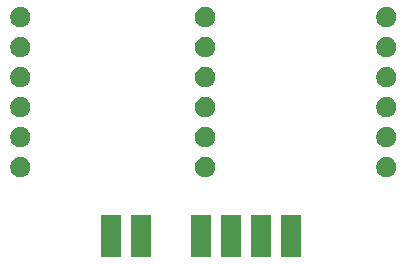
<source format=gbr>
G04 #@! TF.GenerationSoftware,KiCad,Pcbnew,5.0.2+dfsg1-1~bpo9+1*
G04 #@! TF.CreationDate,2019-05-22T19:19:29+01:00*
G04 #@! TF.ProjectId,arduboy_flashcart,61726475-626f-4795-9f66-6c6173686361,rev?*
G04 #@! TF.SameCoordinates,Original*
G04 #@! TF.FileFunction,Soldermask,Bot*
G04 #@! TF.FilePolarity,Negative*
%FSLAX46Y46*%
G04 Gerber Fmt 4.6, Leading zero omitted, Abs format (unit mm)*
G04 Created by KiCad (PCBNEW 5.0.2+dfsg1-1~bpo9+1) date Wed 22 May 2019 19:19:29 BST*
%MOMM*%
%LPD*%
G01*
G04 APERTURE LIST*
%ADD10C,0.100000*%
G04 APERTURE END LIST*
D10*
G36*
X112712600Y-64412000D02*
X111010600Y-64412000D01*
X111010600Y-60810000D01*
X112712600Y-60810000D01*
X112712600Y-64412000D01*
X112712600Y-64412000D01*
G37*
G36*
X110172600Y-64412000D02*
X108470600Y-64412000D01*
X108470600Y-60810000D01*
X110172600Y-60810000D01*
X110172600Y-64412000D01*
X110172600Y-64412000D01*
G37*
G36*
X125412600Y-64412000D02*
X123710600Y-64412000D01*
X123710600Y-60810000D01*
X125412600Y-60810000D01*
X125412600Y-64412000D01*
X125412600Y-64412000D01*
G37*
G36*
X120332600Y-64412000D02*
X118630600Y-64412000D01*
X118630600Y-60810000D01*
X120332600Y-60810000D01*
X120332600Y-64412000D01*
X120332600Y-64412000D01*
G37*
G36*
X117792600Y-64412000D02*
X116090600Y-64412000D01*
X116090600Y-60810000D01*
X117792600Y-60810000D01*
X117792600Y-64412000D01*
X117792600Y-64412000D01*
G37*
G36*
X122872600Y-64412000D02*
X121170600Y-64412000D01*
X121170600Y-60810000D01*
X122872600Y-60810000D01*
X122872600Y-64412000D01*
X122872600Y-64412000D01*
G37*
G36*
X101873628Y-55976103D02*
X102028500Y-56040253D01*
X102167881Y-56133385D01*
X102286415Y-56251919D01*
X102379547Y-56391300D01*
X102443697Y-56546172D01*
X102476400Y-56710584D01*
X102476400Y-56878216D01*
X102443697Y-57042628D01*
X102379547Y-57197500D01*
X102286415Y-57336881D01*
X102167881Y-57455415D01*
X102028500Y-57548547D01*
X101873628Y-57612697D01*
X101709216Y-57645400D01*
X101541584Y-57645400D01*
X101377172Y-57612697D01*
X101222300Y-57548547D01*
X101082919Y-57455415D01*
X100964385Y-57336881D01*
X100871253Y-57197500D01*
X100807103Y-57042628D01*
X100774400Y-56878216D01*
X100774400Y-56710584D01*
X100807103Y-56546172D01*
X100871253Y-56391300D01*
X100964385Y-56251919D01*
X101082919Y-56133385D01*
X101222300Y-56040253D01*
X101377172Y-55976103D01*
X101541584Y-55943400D01*
X101709216Y-55943400D01*
X101873628Y-55976103D01*
X101873628Y-55976103D01*
G37*
G36*
X132861628Y-55976103D02*
X133016500Y-56040253D01*
X133155881Y-56133385D01*
X133274415Y-56251919D01*
X133367547Y-56391300D01*
X133431697Y-56546172D01*
X133464400Y-56710584D01*
X133464400Y-56878216D01*
X133431697Y-57042628D01*
X133367547Y-57197500D01*
X133274415Y-57336881D01*
X133155881Y-57455415D01*
X133016500Y-57548547D01*
X132861628Y-57612697D01*
X132697216Y-57645400D01*
X132529584Y-57645400D01*
X132365172Y-57612697D01*
X132210300Y-57548547D01*
X132070919Y-57455415D01*
X131952385Y-57336881D01*
X131859253Y-57197500D01*
X131795103Y-57042628D01*
X131762400Y-56878216D01*
X131762400Y-56710584D01*
X131795103Y-56546172D01*
X131859253Y-56391300D01*
X131952385Y-56251919D01*
X132070919Y-56133385D01*
X132210300Y-56040253D01*
X132365172Y-55976103D01*
X132529584Y-55943400D01*
X132697216Y-55943400D01*
X132861628Y-55976103D01*
X132861628Y-55976103D01*
G37*
G36*
X117520028Y-55976103D02*
X117674900Y-56040253D01*
X117814281Y-56133385D01*
X117932815Y-56251919D01*
X118025947Y-56391300D01*
X118090097Y-56546172D01*
X118122800Y-56710584D01*
X118122800Y-56878216D01*
X118090097Y-57042628D01*
X118025947Y-57197500D01*
X117932815Y-57336881D01*
X117814281Y-57455415D01*
X117674900Y-57548547D01*
X117520028Y-57612697D01*
X117355616Y-57645400D01*
X117187984Y-57645400D01*
X117023572Y-57612697D01*
X116868700Y-57548547D01*
X116729319Y-57455415D01*
X116610785Y-57336881D01*
X116517653Y-57197500D01*
X116453503Y-57042628D01*
X116420800Y-56878216D01*
X116420800Y-56710584D01*
X116453503Y-56546172D01*
X116517653Y-56391300D01*
X116610785Y-56251919D01*
X116729319Y-56133385D01*
X116868700Y-56040253D01*
X117023572Y-55976103D01*
X117187984Y-55943400D01*
X117355616Y-55943400D01*
X117520028Y-55976103D01*
X117520028Y-55976103D01*
G37*
G36*
X132861628Y-53436103D02*
X133016500Y-53500253D01*
X133155881Y-53593385D01*
X133274415Y-53711919D01*
X133367547Y-53851300D01*
X133431697Y-54006172D01*
X133464400Y-54170584D01*
X133464400Y-54338216D01*
X133431697Y-54502628D01*
X133367547Y-54657500D01*
X133274415Y-54796881D01*
X133155881Y-54915415D01*
X133016500Y-55008547D01*
X132861628Y-55072697D01*
X132697216Y-55105400D01*
X132529584Y-55105400D01*
X132365172Y-55072697D01*
X132210300Y-55008547D01*
X132070919Y-54915415D01*
X131952385Y-54796881D01*
X131859253Y-54657500D01*
X131795103Y-54502628D01*
X131762400Y-54338216D01*
X131762400Y-54170584D01*
X131795103Y-54006172D01*
X131859253Y-53851300D01*
X131952385Y-53711919D01*
X132070919Y-53593385D01*
X132210300Y-53500253D01*
X132365172Y-53436103D01*
X132529584Y-53403400D01*
X132697216Y-53403400D01*
X132861628Y-53436103D01*
X132861628Y-53436103D01*
G37*
G36*
X117520028Y-53436103D02*
X117674900Y-53500253D01*
X117814281Y-53593385D01*
X117932815Y-53711919D01*
X118025947Y-53851300D01*
X118090097Y-54006172D01*
X118122800Y-54170584D01*
X118122800Y-54338216D01*
X118090097Y-54502628D01*
X118025947Y-54657500D01*
X117932815Y-54796881D01*
X117814281Y-54915415D01*
X117674900Y-55008547D01*
X117520028Y-55072697D01*
X117355616Y-55105400D01*
X117187984Y-55105400D01*
X117023572Y-55072697D01*
X116868700Y-55008547D01*
X116729319Y-54915415D01*
X116610785Y-54796881D01*
X116517653Y-54657500D01*
X116453503Y-54502628D01*
X116420800Y-54338216D01*
X116420800Y-54170584D01*
X116453503Y-54006172D01*
X116517653Y-53851300D01*
X116610785Y-53711919D01*
X116729319Y-53593385D01*
X116868700Y-53500253D01*
X117023572Y-53436103D01*
X117187984Y-53403400D01*
X117355616Y-53403400D01*
X117520028Y-53436103D01*
X117520028Y-53436103D01*
G37*
G36*
X101873628Y-53436103D02*
X102028500Y-53500253D01*
X102167881Y-53593385D01*
X102286415Y-53711919D01*
X102379547Y-53851300D01*
X102443697Y-54006172D01*
X102476400Y-54170584D01*
X102476400Y-54338216D01*
X102443697Y-54502628D01*
X102379547Y-54657500D01*
X102286415Y-54796881D01*
X102167881Y-54915415D01*
X102028500Y-55008547D01*
X101873628Y-55072697D01*
X101709216Y-55105400D01*
X101541584Y-55105400D01*
X101377172Y-55072697D01*
X101222300Y-55008547D01*
X101082919Y-54915415D01*
X100964385Y-54796881D01*
X100871253Y-54657500D01*
X100807103Y-54502628D01*
X100774400Y-54338216D01*
X100774400Y-54170584D01*
X100807103Y-54006172D01*
X100871253Y-53851300D01*
X100964385Y-53711919D01*
X101082919Y-53593385D01*
X101222300Y-53500253D01*
X101377172Y-53436103D01*
X101541584Y-53403400D01*
X101709216Y-53403400D01*
X101873628Y-53436103D01*
X101873628Y-53436103D01*
G37*
G36*
X132861628Y-50896103D02*
X133016500Y-50960253D01*
X133155881Y-51053385D01*
X133274415Y-51171919D01*
X133367547Y-51311300D01*
X133431697Y-51466172D01*
X133464400Y-51630584D01*
X133464400Y-51798216D01*
X133431697Y-51962628D01*
X133367547Y-52117500D01*
X133274415Y-52256881D01*
X133155881Y-52375415D01*
X133016500Y-52468547D01*
X132861628Y-52532697D01*
X132697216Y-52565400D01*
X132529584Y-52565400D01*
X132365172Y-52532697D01*
X132210300Y-52468547D01*
X132070919Y-52375415D01*
X131952385Y-52256881D01*
X131859253Y-52117500D01*
X131795103Y-51962628D01*
X131762400Y-51798216D01*
X131762400Y-51630584D01*
X131795103Y-51466172D01*
X131859253Y-51311300D01*
X131952385Y-51171919D01*
X132070919Y-51053385D01*
X132210300Y-50960253D01*
X132365172Y-50896103D01*
X132529584Y-50863400D01*
X132697216Y-50863400D01*
X132861628Y-50896103D01*
X132861628Y-50896103D01*
G37*
G36*
X101873628Y-50896103D02*
X102028500Y-50960253D01*
X102167881Y-51053385D01*
X102286415Y-51171919D01*
X102379547Y-51311300D01*
X102443697Y-51466172D01*
X102476400Y-51630584D01*
X102476400Y-51798216D01*
X102443697Y-51962628D01*
X102379547Y-52117500D01*
X102286415Y-52256881D01*
X102167881Y-52375415D01*
X102028500Y-52468547D01*
X101873628Y-52532697D01*
X101709216Y-52565400D01*
X101541584Y-52565400D01*
X101377172Y-52532697D01*
X101222300Y-52468547D01*
X101082919Y-52375415D01*
X100964385Y-52256881D01*
X100871253Y-52117500D01*
X100807103Y-51962628D01*
X100774400Y-51798216D01*
X100774400Y-51630584D01*
X100807103Y-51466172D01*
X100871253Y-51311300D01*
X100964385Y-51171919D01*
X101082919Y-51053385D01*
X101222300Y-50960253D01*
X101377172Y-50896103D01*
X101541584Y-50863400D01*
X101709216Y-50863400D01*
X101873628Y-50896103D01*
X101873628Y-50896103D01*
G37*
G36*
X117520028Y-50896103D02*
X117674900Y-50960253D01*
X117814281Y-51053385D01*
X117932815Y-51171919D01*
X118025947Y-51311300D01*
X118090097Y-51466172D01*
X118122800Y-51630584D01*
X118122800Y-51798216D01*
X118090097Y-51962628D01*
X118025947Y-52117500D01*
X117932815Y-52256881D01*
X117814281Y-52375415D01*
X117674900Y-52468547D01*
X117520028Y-52532697D01*
X117355616Y-52565400D01*
X117187984Y-52565400D01*
X117023572Y-52532697D01*
X116868700Y-52468547D01*
X116729319Y-52375415D01*
X116610785Y-52256881D01*
X116517653Y-52117500D01*
X116453503Y-51962628D01*
X116420800Y-51798216D01*
X116420800Y-51630584D01*
X116453503Y-51466172D01*
X116517653Y-51311300D01*
X116610785Y-51171919D01*
X116729319Y-51053385D01*
X116868700Y-50960253D01*
X117023572Y-50896103D01*
X117187984Y-50863400D01*
X117355616Y-50863400D01*
X117520028Y-50896103D01*
X117520028Y-50896103D01*
G37*
G36*
X117520028Y-48356103D02*
X117674900Y-48420253D01*
X117814281Y-48513385D01*
X117932815Y-48631919D01*
X118025947Y-48771300D01*
X118090097Y-48926172D01*
X118122800Y-49090584D01*
X118122800Y-49258216D01*
X118090097Y-49422628D01*
X118025947Y-49577500D01*
X117932815Y-49716881D01*
X117814281Y-49835415D01*
X117674900Y-49928547D01*
X117520028Y-49992697D01*
X117355616Y-50025400D01*
X117187984Y-50025400D01*
X117023572Y-49992697D01*
X116868700Y-49928547D01*
X116729319Y-49835415D01*
X116610785Y-49716881D01*
X116517653Y-49577500D01*
X116453503Y-49422628D01*
X116420800Y-49258216D01*
X116420800Y-49090584D01*
X116453503Y-48926172D01*
X116517653Y-48771300D01*
X116610785Y-48631919D01*
X116729319Y-48513385D01*
X116868700Y-48420253D01*
X117023572Y-48356103D01*
X117187984Y-48323400D01*
X117355616Y-48323400D01*
X117520028Y-48356103D01*
X117520028Y-48356103D01*
G37*
G36*
X132861628Y-48356103D02*
X133016500Y-48420253D01*
X133155881Y-48513385D01*
X133274415Y-48631919D01*
X133367547Y-48771300D01*
X133431697Y-48926172D01*
X133464400Y-49090584D01*
X133464400Y-49258216D01*
X133431697Y-49422628D01*
X133367547Y-49577500D01*
X133274415Y-49716881D01*
X133155881Y-49835415D01*
X133016500Y-49928547D01*
X132861628Y-49992697D01*
X132697216Y-50025400D01*
X132529584Y-50025400D01*
X132365172Y-49992697D01*
X132210300Y-49928547D01*
X132070919Y-49835415D01*
X131952385Y-49716881D01*
X131859253Y-49577500D01*
X131795103Y-49422628D01*
X131762400Y-49258216D01*
X131762400Y-49090584D01*
X131795103Y-48926172D01*
X131859253Y-48771300D01*
X131952385Y-48631919D01*
X132070919Y-48513385D01*
X132210300Y-48420253D01*
X132365172Y-48356103D01*
X132529584Y-48323400D01*
X132697216Y-48323400D01*
X132861628Y-48356103D01*
X132861628Y-48356103D01*
G37*
G36*
X101873628Y-48356103D02*
X102028500Y-48420253D01*
X102167881Y-48513385D01*
X102286415Y-48631919D01*
X102379547Y-48771300D01*
X102443697Y-48926172D01*
X102476400Y-49090584D01*
X102476400Y-49258216D01*
X102443697Y-49422628D01*
X102379547Y-49577500D01*
X102286415Y-49716881D01*
X102167881Y-49835415D01*
X102028500Y-49928547D01*
X101873628Y-49992697D01*
X101709216Y-50025400D01*
X101541584Y-50025400D01*
X101377172Y-49992697D01*
X101222300Y-49928547D01*
X101082919Y-49835415D01*
X100964385Y-49716881D01*
X100871253Y-49577500D01*
X100807103Y-49422628D01*
X100774400Y-49258216D01*
X100774400Y-49090584D01*
X100807103Y-48926172D01*
X100871253Y-48771300D01*
X100964385Y-48631919D01*
X101082919Y-48513385D01*
X101222300Y-48420253D01*
X101377172Y-48356103D01*
X101541584Y-48323400D01*
X101709216Y-48323400D01*
X101873628Y-48356103D01*
X101873628Y-48356103D01*
G37*
G36*
X101873628Y-45816103D02*
X102028500Y-45880253D01*
X102167881Y-45973385D01*
X102286415Y-46091919D01*
X102379547Y-46231300D01*
X102443697Y-46386172D01*
X102476400Y-46550584D01*
X102476400Y-46718216D01*
X102443697Y-46882628D01*
X102379547Y-47037500D01*
X102286415Y-47176881D01*
X102167881Y-47295415D01*
X102028500Y-47388547D01*
X101873628Y-47452697D01*
X101709216Y-47485400D01*
X101541584Y-47485400D01*
X101377172Y-47452697D01*
X101222300Y-47388547D01*
X101082919Y-47295415D01*
X100964385Y-47176881D01*
X100871253Y-47037500D01*
X100807103Y-46882628D01*
X100774400Y-46718216D01*
X100774400Y-46550584D01*
X100807103Y-46386172D01*
X100871253Y-46231300D01*
X100964385Y-46091919D01*
X101082919Y-45973385D01*
X101222300Y-45880253D01*
X101377172Y-45816103D01*
X101541584Y-45783400D01*
X101709216Y-45783400D01*
X101873628Y-45816103D01*
X101873628Y-45816103D01*
G37*
G36*
X117520028Y-45816103D02*
X117674900Y-45880253D01*
X117814281Y-45973385D01*
X117932815Y-46091919D01*
X118025947Y-46231300D01*
X118090097Y-46386172D01*
X118122800Y-46550584D01*
X118122800Y-46718216D01*
X118090097Y-46882628D01*
X118025947Y-47037500D01*
X117932815Y-47176881D01*
X117814281Y-47295415D01*
X117674900Y-47388547D01*
X117520028Y-47452697D01*
X117355616Y-47485400D01*
X117187984Y-47485400D01*
X117023572Y-47452697D01*
X116868700Y-47388547D01*
X116729319Y-47295415D01*
X116610785Y-47176881D01*
X116517653Y-47037500D01*
X116453503Y-46882628D01*
X116420800Y-46718216D01*
X116420800Y-46550584D01*
X116453503Y-46386172D01*
X116517653Y-46231300D01*
X116610785Y-46091919D01*
X116729319Y-45973385D01*
X116868700Y-45880253D01*
X117023572Y-45816103D01*
X117187984Y-45783400D01*
X117355616Y-45783400D01*
X117520028Y-45816103D01*
X117520028Y-45816103D01*
G37*
G36*
X132861628Y-45816103D02*
X133016500Y-45880253D01*
X133155881Y-45973385D01*
X133274415Y-46091919D01*
X133367547Y-46231300D01*
X133431697Y-46386172D01*
X133464400Y-46550584D01*
X133464400Y-46718216D01*
X133431697Y-46882628D01*
X133367547Y-47037500D01*
X133274415Y-47176881D01*
X133155881Y-47295415D01*
X133016500Y-47388547D01*
X132861628Y-47452697D01*
X132697216Y-47485400D01*
X132529584Y-47485400D01*
X132365172Y-47452697D01*
X132210300Y-47388547D01*
X132070919Y-47295415D01*
X131952385Y-47176881D01*
X131859253Y-47037500D01*
X131795103Y-46882628D01*
X131762400Y-46718216D01*
X131762400Y-46550584D01*
X131795103Y-46386172D01*
X131859253Y-46231300D01*
X131952385Y-46091919D01*
X132070919Y-45973385D01*
X132210300Y-45880253D01*
X132365172Y-45816103D01*
X132529584Y-45783400D01*
X132697216Y-45783400D01*
X132861628Y-45816103D01*
X132861628Y-45816103D01*
G37*
G36*
X101873628Y-43276103D02*
X102028500Y-43340253D01*
X102167881Y-43433385D01*
X102286415Y-43551919D01*
X102379547Y-43691300D01*
X102443697Y-43846172D01*
X102476400Y-44010584D01*
X102476400Y-44178216D01*
X102443697Y-44342628D01*
X102379547Y-44497500D01*
X102286415Y-44636881D01*
X102167881Y-44755415D01*
X102028500Y-44848547D01*
X101873628Y-44912697D01*
X101709216Y-44945400D01*
X101541584Y-44945400D01*
X101377172Y-44912697D01*
X101222300Y-44848547D01*
X101082919Y-44755415D01*
X100964385Y-44636881D01*
X100871253Y-44497500D01*
X100807103Y-44342628D01*
X100774400Y-44178216D01*
X100774400Y-44010584D01*
X100807103Y-43846172D01*
X100871253Y-43691300D01*
X100964385Y-43551919D01*
X101082919Y-43433385D01*
X101222300Y-43340253D01*
X101377172Y-43276103D01*
X101541584Y-43243400D01*
X101709216Y-43243400D01*
X101873628Y-43276103D01*
X101873628Y-43276103D01*
G37*
G36*
X132861628Y-43276103D02*
X133016500Y-43340253D01*
X133155881Y-43433385D01*
X133274415Y-43551919D01*
X133367547Y-43691300D01*
X133431697Y-43846172D01*
X133464400Y-44010584D01*
X133464400Y-44178216D01*
X133431697Y-44342628D01*
X133367547Y-44497500D01*
X133274415Y-44636881D01*
X133155881Y-44755415D01*
X133016500Y-44848547D01*
X132861628Y-44912697D01*
X132697216Y-44945400D01*
X132529584Y-44945400D01*
X132365172Y-44912697D01*
X132210300Y-44848547D01*
X132070919Y-44755415D01*
X131952385Y-44636881D01*
X131859253Y-44497500D01*
X131795103Y-44342628D01*
X131762400Y-44178216D01*
X131762400Y-44010584D01*
X131795103Y-43846172D01*
X131859253Y-43691300D01*
X131952385Y-43551919D01*
X132070919Y-43433385D01*
X132210300Y-43340253D01*
X132365172Y-43276103D01*
X132529584Y-43243400D01*
X132697216Y-43243400D01*
X132861628Y-43276103D01*
X132861628Y-43276103D01*
G37*
G36*
X117520028Y-43276103D02*
X117674900Y-43340253D01*
X117814281Y-43433385D01*
X117932815Y-43551919D01*
X118025947Y-43691300D01*
X118090097Y-43846172D01*
X118122800Y-44010584D01*
X118122800Y-44178216D01*
X118090097Y-44342628D01*
X118025947Y-44497500D01*
X117932815Y-44636881D01*
X117814281Y-44755415D01*
X117674900Y-44848547D01*
X117520028Y-44912697D01*
X117355616Y-44945400D01*
X117187984Y-44945400D01*
X117023572Y-44912697D01*
X116868700Y-44848547D01*
X116729319Y-44755415D01*
X116610785Y-44636881D01*
X116517653Y-44497500D01*
X116453503Y-44342628D01*
X116420800Y-44178216D01*
X116420800Y-44010584D01*
X116453503Y-43846172D01*
X116517653Y-43691300D01*
X116610785Y-43551919D01*
X116729319Y-43433385D01*
X116868700Y-43340253D01*
X117023572Y-43276103D01*
X117187984Y-43243400D01*
X117355616Y-43243400D01*
X117520028Y-43276103D01*
X117520028Y-43276103D01*
G37*
M02*

</source>
